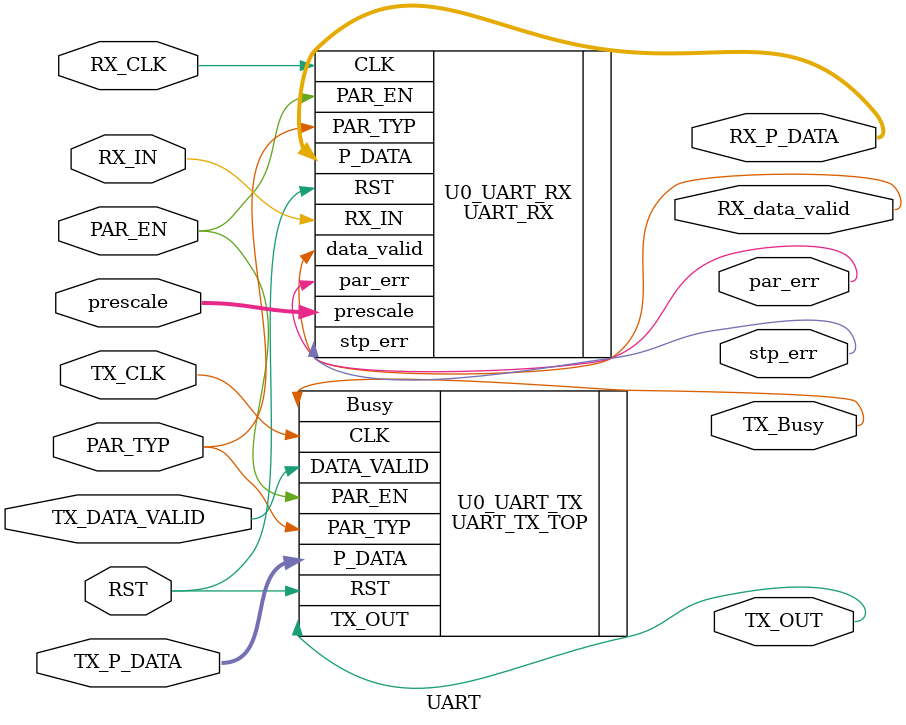
<source format=v>
module UART #(
parameter RX_data_wd = 8, 
parameter RX_bit_count_wd = 3, //related to RX_data_wd
parameter prescale_wd = 6,
parameter TX_data_width=8
)(
input		wire							RST,
input		wire							PAR_EN,PAR_TYP,
///////////////TX////////////////////
input		wire							RX_CLK,
input		wire	[TX_data_width-1:0]		TX_P_DATA,
input		wire							TX_DATA_VALID,
output		wire							TX_OUT,
output		wire							TX_Busy,
///////////////RX////////////////////
input		wire							TX_CLK,
input		wire	[prescale_wd-1:0]		prescale,
input		wire							RX_IN,
output		wire	[RX_data_wd-1:0]		RX_P_DATA,
output		wire							RX_data_valid,par_err,stp_err
);

///////////////////UART RX/////////////////////////////
	UART_RX #(
		.RX_data_wd(RX_data_wd),
		.prescale_wd(prescale_wd), 
		.RX_bit_count_wd(RX_bit_count_wd))
		U0_UART_RX(
		.CLK(RX_CLK), 
		.RST(RST), 
		.prescale(prescale), 
		.RX_IN(RX_IN), 
		.PAR_TYP(PAR_TYP), 
		.PAR_EN(PAR_EN), 
		.P_DATA(RX_P_DATA), 
		.data_valid(RX_data_valid), 
		.par_err(par_err), 
		.stp_err(stp_err)
	);
	
	
///////////////////UART TX/////////////////////////////
	UART_TX_TOP #(
		.TX_data_width(TX_data_width))
		U0_UART_TX (
		.CLK(TX_CLK), 
		.RST(RST), 
		.P_DATA(TX_P_DATA), 
		.DATA_VALID(TX_DATA_VALID), 
		.PAR_EN(PAR_EN), 
		.PAR_TYP(PAR_TYP), 
		.TX_OUT(TX_OUT), 
		.Busy(TX_Busy)
	);
	
endmodule
</source>
